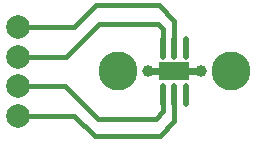
<source format=gbr>
G04 #@! TF.FileFunction,Copper,L1,Top,Signal*
%FSLAX46Y46*%
G04 Gerber Fmt 4.6, Leading zero omitted, Abs format (unit mm)*
G04 Created by KiCad (PCBNEW 4.0.7) date 07/23/18 11:35:42*
%MOMM*%
%LPD*%
G01*
G04 APERTURE LIST*
%ADD10C,0.400000*%
%ADD11C,2.000000*%
%ADD12O,0.450000X2.000000*%
%ADD13R,2.500000X1.600000*%
%ADD14C,3.300000*%
%ADD15C,1.000000*%
%ADD16C,0.600000*%
G04 APERTURE END LIST*
D10*
D11*
X147000000Y-108800000D03*
X147000000Y-106300000D03*
X147000000Y-103800000D03*
X147000000Y-101300000D03*
D12*
X159250000Y-107050000D03*
X160250000Y-107050000D03*
X161250000Y-107050000D03*
X159250000Y-103050000D03*
X160250000Y-103050000D03*
X161250000Y-103050000D03*
D13*
X160250000Y-105050000D03*
D14*
X155500000Y-105050000D03*
X165000000Y-105050000D03*
D15*
X158000000Y-105050000D03*
X162500000Y-105050000D03*
D10*
X148500000Y-101300000D02*
X147000000Y-101300000D01*
X160250000Y-103050000D02*
X160250000Y-100775000D01*
X158950000Y-99475000D02*
X153575000Y-99475000D01*
X153575000Y-99475000D02*
X151750000Y-101300000D01*
X151750000Y-101300000D02*
X148500000Y-101300000D01*
X160250000Y-100775000D02*
X158950000Y-99475000D01*
X148500000Y-108800000D02*
X147000000Y-108800000D01*
X148500000Y-108800000D02*
X151750000Y-108800000D01*
X151750000Y-108800000D02*
X153500000Y-110550000D01*
X153500000Y-110550000D02*
X159000000Y-110550000D01*
X159000000Y-110550000D02*
X160250000Y-109300000D01*
X160250000Y-107050000D02*
X160250000Y-109300000D01*
X159250000Y-107050000D02*
X159250000Y-108450000D01*
X159250000Y-108450000D02*
X158650000Y-109050000D01*
X158650000Y-109050000D02*
X153750000Y-109050000D01*
X153750000Y-109050000D02*
X151000000Y-106300000D01*
X151000000Y-106300000D02*
X148500000Y-106300000D01*
X148500000Y-106300000D02*
X147000000Y-106300000D01*
X148500000Y-103800000D02*
X147000000Y-103800000D01*
X148500000Y-103800000D02*
X151075000Y-103800000D01*
X151075000Y-103800000D02*
X153850000Y-101025000D01*
X153850000Y-101025000D02*
X158825000Y-101025000D01*
X158825000Y-101025000D02*
X159250000Y-101450000D01*
X159250000Y-101450000D02*
X159250000Y-103050000D01*
D16*
X160250000Y-105050000D02*
X158000000Y-105050000D01*
X160250000Y-105050000D02*
X162500000Y-105050000D01*
M02*

</source>
